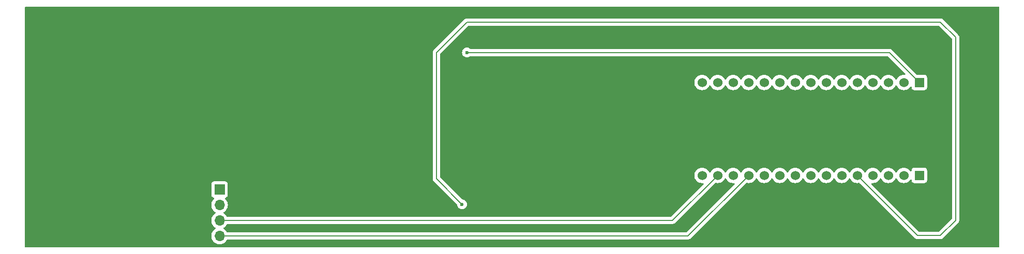
<source format=gbr>
%TF.GenerationSoftware,KiCad,Pcbnew,8.0.8*%
%TF.CreationDate,2025-04-10T10:16:36+02:00*%
%TF.ProjectId,Projet S6,50726f6a-6574-4205-9336-2e6b69636164,rev?*%
%TF.SameCoordinates,Original*%
%TF.FileFunction,Copper,L2,Bot*%
%TF.FilePolarity,Positive*%
%FSLAX46Y46*%
G04 Gerber Fmt 4.6, Leading zero omitted, Abs format (unit mm)*
G04 Created by KiCad (PCBNEW 8.0.8) date 2025-04-10 10:16:36*
%MOMM*%
%LPD*%
G01*
G04 APERTURE LIST*
%TA.AperFunction,ComponentPad*%
%ADD10R,1.700000X1.700000*%
%TD*%
%TA.AperFunction,ComponentPad*%
%ADD11O,1.700000X1.700000*%
%TD*%
%TA.AperFunction,ComponentPad*%
%ADD12R,1.530000X1.530000*%
%TD*%
%TA.AperFunction,ComponentPad*%
%ADD13C,1.530000*%
%TD*%
%TA.AperFunction,ViaPad*%
%ADD14C,0.600000*%
%TD*%
%TA.AperFunction,Conductor*%
%ADD15C,0.200000*%
%TD*%
G04 APERTURE END LIST*
D10*
%TO.P,J3,1,Pin_1*%
%TO.N,unconnected-(J3-Pin_1-Pad1)*%
X102000000Y-109950000D03*
D11*
%TO.P,J3,2,Pin_2*%
%TO.N,GND*%
X102000000Y-112490000D03*
%TO.P,J3,3,Pin_3*%
%TO.N,Alim Hall*%
X102000000Y-115030000D03*
%TO.P,J3,4,Pin_4*%
%TO.N,DO*%
X102000000Y-117570000D03*
%TD*%
D12*
%TO.P,Nucleo2,3_1,PA9*%
%TO.N,LED 9*%
X216560000Y-92400000D03*
D13*
%TO.P,Nucleo2,3_2,PA10*%
%TO.N,LED 10*%
X214020000Y-92400000D03*
%TO.P,Nucleo2,3_3,NRST*%
%TO.N,unconnected-(Nucleo2-NRST-Pad3_3)*%
X211480000Y-92400000D03*
%TO.P,Nucleo2,3_4,GND*%
%TO.N,GND*%
X208940000Y-92400000D03*
%TO.P,Nucleo2,3_5,PA12*%
%TO.N,unconnected-(Nucleo2-PA12-Pad3_5)*%
X206400000Y-92400000D03*
%TO.P,Nucleo2,3_6,PB0*%
%TO.N,unconnected-(Nucleo2-PB0-Pad3_6)*%
X203860000Y-92400000D03*
%TO.P,Nucleo2,3_7,PB7*%
%TO.N,unconnected-(Nucleo2-PB7-Pad3_7)*%
X201320000Y-92400000D03*
%TO.P,Nucleo2,3_8,PA15*%
%TO.N,unconnected-(Nucleo2-PA15-Pad3_8)*%
X198780000Y-92400000D03*
%TO.P,Nucleo2,3_9,PB6*%
%TO.N,unconnected-(Nucleo2-PB6-Pad3_9)*%
X196240000Y-92400000D03*
%TO.P,Nucleo2,3_10,PF0*%
%TO.N,unconnected-(Nucleo2-PF0-Pad3_10)*%
X193700000Y-92400000D03*
%TO.P,Nucleo2,3_11,PF1*%
%TO.N,unconnected-(Nucleo2-PF1-Pad3_11)*%
X191160000Y-92400000D03*
%TO.P,Nucleo2,3_12,PA8*%
%TO.N,LED 8*%
X188620000Y-92400000D03*
%TO.P,Nucleo2,3_13,PA11*%
%TO.N,LED 11*%
X186080000Y-92400000D03*
%TO.P,Nucleo2,3_14,PB5*%
%TO.N,unconnected-(Nucleo2-PB5-Pad3_14)*%
X183540000Y-92400000D03*
%TO.P,Nucleo2,3_15,PB4*%
%TO.N,unconnected-(Nucleo2-PB4-Pad3_15)*%
X181000000Y-92400000D03*
D12*
%TO.P,Nucleo2,4_1,VIN*%
%TO.N,unconnected-(Nucleo2-VIN-Pad4_1)*%
X216560000Y-107640000D03*
D13*
%TO.P,Nucleo2,4_2,GND*%
%TO.N,unconnected-(Nucleo2-GND-Pad4_2)*%
X214020000Y-107640000D03*
%TO.P,Nucleo2,4_3*%
%TO.N,N/C*%
X211480000Y-107640000D03*
%TO.P,Nucleo2,4_4,+5V*%
%TO.N,unconnected-(Nucleo2-+5V-Pad4_4)*%
X208940000Y-107640000D03*
%TO.P,Nucleo2,4_5,PA2*%
%TO.N,LED 2*%
X206400000Y-107640000D03*
%TO.P,Nucleo2,4_6,PA7*%
%TO.N,LED 7*%
X203860000Y-107640000D03*
%TO.P,Nucleo2,4_7,PA6*%
%TO.N,LED 6*%
X201320000Y-107640000D03*
%TO.P,Nucleo2,4_8,PA5*%
%TO.N,LED 5*%
X198780000Y-107640000D03*
%TO.P,Nucleo2,4_9,PA4*%
%TO.N,LED 4*%
X196240000Y-107640000D03*
%TO.P,Nucleo2,4_10,PA3*%
%TO.N,LED 3*%
X193700000Y-107640000D03*
%TO.P,Nucleo2,4_11,PA1*%
%TO.N,LED 1*%
X191160000Y-107640000D03*
%TO.P,Nucleo2,4_12,PA0*%
%TO.N,DO*%
X188620000Y-107640000D03*
%TO.P,Nucleo2,4_13,AVDD*%
%TO.N,unconnected-(Nucleo2-AVDD-Pad4_13)*%
X186080000Y-107640000D03*
%TO.P,Nucleo2,4_14,+3V3*%
%TO.N,Alim Hall*%
X183540000Y-107640000D03*
%TO.P,Nucleo2,4_15,PB3*%
%TO.N,unconnected-(Nucleo2-PB3-Pad4_15)*%
X181000000Y-107640000D03*
%TD*%
D14*
%TO.N,LED 9*%
X142500000Y-87500000D03*
%TO.N,LED 2*%
X141700000Y-112400000D03*
%TD*%
D15*
%TO.N,LED 9*%
X142500000Y-87500000D02*
X211660000Y-87500000D01*
X211660000Y-87500000D02*
X216560000Y-92400000D01*
%TO.N,LED 2*%
X220000000Y-117500000D02*
X216260000Y-117500000D01*
X222500000Y-115000000D02*
X220000000Y-117500000D01*
X222500000Y-85000000D02*
X222500000Y-115000000D01*
X220000000Y-82500000D02*
X222500000Y-85000000D01*
X216260000Y-117500000D02*
X206400000Y-107640000D01*
X142500000Y-82500000D02*
X220000000Y-82500000D01*
X137500000Y-87500000D02*
X142500000Y-82500000D01*
X137500000Y-108200000D02*
X137500000Y-87500000D01*
X141700000Y-112400000D02*
X137500000Y-108200000D01*
%TO.N,DO*%
X178690000Y-117570000D02*
X188620000Y-107640000D01*
X102000000Y-117570000D02*
X178690000Y-117570000D01*
%TO.N,Alim Hall*%
X102000000Y-115030000D02*
X176150000Y-115030000D01*
X176150000Y-115030000D02*
X183540000Y-107640000D01*
%TD*%
%TA.AperFunction,NonConductor*%
G36*
X229592539Y-79970185D02*
G01*
X229638294Y-80022989D01*
X229649500Y-80074500D01*
X229649500Y-119325500D01*
X229629815Y-119392539D01*
X229577011Y-119438294D01*
X229525500Y-119449500D01*
X70274500Y-119449500D01*
X70207461Y-119429815D01*
X70161706Y-119377011D01*
X70150500Y-119325500D01*
X70150500Y-112489999D01*
X100644341Y-112489999D01*
X100644341Y-112490000D01*
X100664936Y-112725403D01*
X100664938Y-112725413D01*
X100726094Y-112953655D01*
X100726096Y-112953659D01*
X100726097Y-112953663D01*
X100806361Y-113125789D01*
X100825965Y-113167830D01*
X100825967Y-113167834D01*
X100961501Y-113361395D01*
X100961506Y-113361402D01*
X101128597Y-113528493D01*
X101128603Y-113528498D01*
X101314158Y-113658425D01*
X101357783Y-113713002D01*
X101364977Y-113782500D01*
X101333454Y-113844855D01*
X101314158Y-113861575D01*
X101128597Y-113991505D01*
X100961505Y-114158597D01*
X100825965Y-114352169D01*
X100825964Y-114352171D01*
X100726098Y-114566335D01*
X100726094Y-114566344D01*
X100664938Y-114794586D01*
X100664936Y-114794596D01*
X100644341Y-115029999D01*
X100644341Y-115030000D01*
X100664936Y-115265403D01*
X100664938Y-115265413D01*
X100726094Y-115493655D01*
X100726096Y-115493659D01*
X100726097Y-115493663D01*
X100789906Y-115630501D01*
X100825965Y-115707830D01*
X100825967Y-115707834D01*
X100961501Y-115901395D01*
X100961506Y-115901402D01*
X101128597Y-116068493D01*
X101128603Y-116068498D01*
X101314158Y-116198425D01*
X101357783Y-116253002D01*
X101364977Y-116322500D01*
X101333454Y-116384855D01*
X101314158Y-116401575D01*
X101128597Y-116531505D01*
X100961505Y-116698597D01*
X100825965Y-116892169D01*
X100825964Y-116892171D01*
X100726098Y-117106335D01*
X100726094Y-117106344D01*
X100664938Y-117334586D01*
X100664936Y-117334596D01*
X100644341Y-117569999D01*
X100644341Y-117570000D01*
X100664936Y-117805403D01*
X100664938Y-117805413D01*
X100726094Y-118033655D01*
X100726096Y-118033659D01*
X100726097Y-118033663D01*
X100789906Y-118170501D01*
X100825965Y-118247830D01*
X100825967Y-118247834D01*
X100934281Y-118402521D01*
X100961505Y-118441401D01*
X101128599Y-118608495D01*
X101225384Y-118676265D01*
X101322165Y-118744032D01*
X101322167Y-118744033D01*
X101322170Y-118744035D01*
X101536337Y-118843903D01*
X101764592Y-118905063D01*
X101952918Y-118921539D01*
X101999999Y-118925659D01*
X102000000Y-118925659D01*
X102000001Y-118925659D01*
X102039234Y-118922226D01*
X102235408Y-118905063D01*
X102463663Y-118843903D01*
X102677830Y-118744035D01*
X102871401Y-118608495D01*
X103038495Y-118441401D01*
X103174035Y-118247830D01*
X103176707Y-118242097D01*
X103222878Y-118189658D01*
X103289091Y-118170500D01*
X178603331Y-118170500D01*
X178603347Y-118170501D01*
X178610943Y-118170501D01*
X178769054Y-118170501D01*
X178769057Y-118170501D01*
X178921785Y-118129577D01*
X178972147Y-118100500D01*
X179058716Y-118050520D01*
X179170520Y-117938716D01*
X179170520Y-117938714D01*
X179180724Y-117928511D01*
X179180727Y-117928506D01*
X188205873Y-108903361D01*
X188267194Y-108869878D01*
X188325647Y-108871270D01*
X188399401Y-108891033D01*
X188399402Y-108891033D01*
X188399409Y-108891035D01*
X188587148Y-108907459D01*
X188619998Y-108910334D01*
X188620000Y-108910334D01*
X188620002Y-108910334D01*
X188675276Y-108905498D01*
X188840591Y-108891035D01*
X189054480Y-108833723D01*
X189255167Y-108740142D01*
X189436555Y-108613132D01*
X189593132Y-108456555D01*
X189720142Y-108275167D01*
X189777618Y-108151907D01*
X189823790Y-108099468D01*
X189890983Y-108080316D01*
X189957864Y-108100531D01*
X190002381Y-108151907D01*
X190059858Y-108275167D01*
X190186868Y-108456555D01*
X190343445Y-108613132D01*
X190524833Y-108740142D01*
X190608296Y-108779061D01*
X190725513Y-108833720D01*
X190725515Y-108833720D01*
X190725520Y-108833723D01*
X190939409Y-108891035D01*
X191096974Y-108904820D01*
X191159998Y-108910334D01*
X191160000Y-108910334D01*
X191160002Y-108910334D01*
X191215276Y-108905498D01*
X191380591Y-108891035D01*
X191594480Y-108833723D01*
X191795167Y-108740142D01*
X191976555Y-108613132D01*
X192133132Y-108456555D01*
X192260142Y-108275167D01*
X192317618Y-108151907D01*
X192363790Y-108099468D01*
X192430983Y-108080316D01*
X192497864Y-108100531D01*
X192542381Y-108151907D01*
X192599858Y-108275167D01*
X192726868Y-108456555D01*
X192883445Y-108613132D01*
X193064833Y-108740142D01*
X193148296Y-108779061D01*
X193265513Y-108833720D01*
X193265515Y-108833720D01*
X193265520Y-108833723D01*
X193479409Y-108891035D01*
X193636974Y-108904820D01*
X193699998Y-108910334D01*
X193700000Y-108910334D01*
X193700002Y-108910334D01*
X193755276Y-108905498D01*
X193920591Y-108891035D01*
X194134480Y-108833723D01*
X194335167Y-108740142D01*
X194516555Y-108613132D01*
X194673132Y-108456555D01*
X194800142Y-108275167D01*
X194857618Y-108151907D01*
X194903790Y-108099468D01*
X194970983Y-108080316D01*
X195037864Y-108100531D01*
X195082381Y-108151907D01*
X195139858Y-108275167D01*
X195266868Y-108456555D01*
X195423445Y-108613132D01*
X195604833Y-108740142D01*
X195688296Y-108779061D01*
X195805513Y-108833720D01*
X195805515Y-108833720D01*
X195805520Y-108833723D01*
X196019409Y-108891035D01*
X196176974Y-108904820D01*
X196239998Y-108910334D01*
X196240000Y-108910334D01*
X196240002Y-108910334D01*
X196295276Y-108905498D01*
X196460591Y-108891035D01*
X196674480Y-108833723D01*
X196875167Y-108740142D01*
X197056555Y-108613132D01*
X197213132Y-108456555D01*
X197340142Y-108275167D01*
X197397618Y-108151907D01*
X197443790Y-108099468D01*
X197510983Y-108080316D01*
X197577864Y-108100531D01*
X197622381Y-108151907D01*
X197679858Y-108275167D01*
X197806868Y-108456555D01*
X197963445Y-108613132D01*
X198144833Y-108740142D01*
X198228296Y-108779061D01*
X198345513Y-108833720D01*
X198345515Y-108833720D01*
X198345520Y-108833723D01*
X198559409Y-108891035D01*
X198716974Y-108904820D01*
X198779998Y-108910334D01*
X198780000Y-108910334D01*
X198780002Y-108910334D01*
X198835276Y-108905498D01*
X199000591Y-108891035D01*
X199214480Y-108833723D01*
X199415167Y-108740142D01*
X199596555Y-108613132D01*
X199753132Y-108456555D01*
X199880142Y-108275167D01*
X199937618Y-108151907D01*
X199983790Y-108099468D01*
X200050983Y-108080316D01*
X200117864Y-108100531D01*
X200162381Y-108151907D01*
X200219858Y-108275167D01*
X200346868Y-108456555D01*
X200503445Y-108613132D01*
X200684833Y-108740142D01*
X200768296Y-108779061D01*
X200885513Y-108833720D01*
X200885515Y-108833720D01*
X200885520Y-108833723D01*
X201099409Y-108891035D01*
X201256974Y-108904820D01*
X201319998Y-108910334D01*
X201320000Y-108910334D01*
X201320002Y-108910334D01*
X201375276Y-108905498D01*
X201540591Y-108891035D01*
X201754480Y-108833723D01*
X201955167Y-108740142D01*
X202136555Y-108613132D01*
X202293132Y-108456555D01*
X202420142Y-108275167D01*
X202477618Y-108151907D01*
X202523790Y-108099468D01*
X202590983Y-108080316D01*
X202657864Y-108100531D01*
X202702381Y-108151907D01*
X202759858Y-108275167D01*
X202886868Y-108456555D01*
X203043445Y-108613132D01*
X203224833Y-108740142D01*
X203308296Y-108779061D01*
X203425513Y-108833720D01*
X203425515Y-108833720D01*
X203425520Y-108833723D01*
X203639409Y-108891035D01*
X203796974Y-108904820D01*
X203859998Y-108910334D01*
X203860000Y-108910334D01*
X203860002Y-108910334D01*
X203915276Y-108905498D01*
X204080591Y-108891035D01*
X204294480Y-108833723D01*
X204495167Y-108740142D01*
X204676555Y-108613132D01*
X204833132Y-108456555D01*
X204960142Y-108275167D01*
X205017618Y-108151907D01*
X205063790Y-108099468D01*
X205130983Y-108080316D01*
X205197864Y-108100531D01*
X205242381Y-108151907D01*
X205299858Y-108275167D01*
X205426868Y-108456555D01*
X205583445Y-108613132D01*
X205764833Y-108740142D01*
X205848296Y-108779061D01*
X205965513Y-108833720D01*
X205965515Y-108833720D01*
X205965520Y-108833723D01*
X206179409Y-108891035D01*
X206336974Y-108904820D01*
X206399998Y-108910334D01*
X206400000Y-108910334D01*
X206400002Y-108910334D01*
X206430575Y-108907659D01*
X206620591Y-108891035D01*
X206620599Y-108891033D01*
X206632019Y-108887972D01*
X206694352Y-108871270D01*
X206764201Y-108872931D01*
X206814127Y-108903362D01*
X215891284Y-117980520D01*
X215891286Y-117980521D01*
X215891290Y-117980524D01*
X215983317Y-118033655D01*
X216028216Y-118059577D01*
X216180943Y-118100501D01*
X216180945Y-118100501D01*
X216346654Y-118100501D01*
X216346670Y-118100500D01*
X219913331Y-118100500D01*
X219913347Y-118100501D01*
X219920943Y-118100501D01*
X220079054Y-118100501D01*
X220079057Y-118100501D01*
X220231785Y-118059577D01*
X220281904Y-118030639D01*
X220368716Y-117980520D01*
X220480520Y-117868716D01*
X220480520Y-117868714D01*
X220490728Y-117858507D01*
X220490730Y-117858504D01*
X222868713Y-115480521D01*
X222868716Y-115480520D01*
X222980520Y-115368716D01*
X223030639Y-115281904D01*
X223059577Y-115231785D01*
X223100501Y-115079057D01*
X223100501Y-114920943D01*
X223100501Y-114913348D01*
X223100500Y-114913330D01*
X223100500Y-85089059D01*
X223100501Y-85089046D01*
X223100501Y-84920945D01*
X223100501Y-84920943D01*
X223059577Y-84768215D01*
X223030639Y-84718095D01*
X222980520Y-84631284D01*
X222868716Y-84519480D01*
X222868715Y-84519479D01*
X222864385Y-84515149D01*
X222864374Y-84515139D01*
X220487590Y-82138355D01*
X220487588Y-82138352D01*
X220368717Y-82019481D01*
X220368716Y-82019480D01*
X220281904Y-81969360D01*
X220281904Y-81969359D01*
X220281900Y-81969358D01*
X220231785Y-81940423D01*
X220079057Y-81899499D01*
X219920943Y-81899499D01*
X219913347Y-81899499D01*
X219913331Y-81899500D01*
X142586669Y-81899500D01*
X142586653Y-81899499D01*
X142579057Y-81899499D01*
X142420943Y-81899499D01*
X142313587Y-81928265D01*
X142268210Y-81940424D01*
X142268209Y-81940425D01*
X142218096Y-81969359D01*
X142218095Y-81969360D01*
X142174689Y-81994420D01*
X142131285Y-82019479D01*
X142131282Y-82019481D01*
X137019481Y-87131282D01*
X137019479Y-87131285D01*
X136969361Y-87218094D01*
X136969359Y-87218096D01*
X136940425Y-87268209D01*
X136940424Y-87268210D01*
X136940423Y-87268215D01*
X136899499Y-87420943D01*
X136899499Y-87420945D01*
X136899499Y-87589046D01*
X136899500Y-87589059D01*
X136899500Y-108113330D01*
X136899499Y-108113348D01*
X136899499Y-108279054D01*
X136899498Y-108279054D01*
X136899499Y-108279057D01*
X136937112Y-108419430D01*
X136940424Y-108431787D01*
X136954723Y-108456553D01*
X136954724Y-108456555D01*
X137019477Y-108568712D01*
X137019481Y-108568717D01*
X137138349Y-108687585D01*
X137138355Y-108687590D01*
X140869298Y-112418533D01*
X140902783Y-112479856D01*
X140904837Y-112492330D01*
X140914630Y-112579249D01*
X140974210Y-112749521D01*
X141070184Y-112902262D01*
X141197738Y-113029816D01*
X141350478Y-113125789D01*
X141470636Y-113167834D01*
X141520745Y-113185368D01*
X141520750Y-113185369D01*
X141699996Y-113205565D01*
X141700000Y-113205565D01*
X141700004Y-113205565D01*
X141879249Y-113185369D01*
X141879252Y-113185368D01*
X141879255Y-113185368D01*
X142049522Y-113125789D01*
X142202262Y-113029816D01*
X142329816Y-112902262D01*
X142425789Y-112749522D01*
X142485368Y-112579255D01*
X142495425Y-112489999D01*
X142505565Y-112400003D01*
X142505565Y-112399996D01*
X142485369Y-112220750D01*
X142485368Y-112220745D01*
X142425788Y-112050476D01*
X142329815Y-111897737D01*
X142202262Y-111770184D01*
X142049521Y-111674210D01*
X141879249Y-111614630D01*
X141792330Y-111604837D01*
X141727916Y-111577770D01*
X141718533Y-111569298D01*
X138136819Y-107987584D01*
X138103334Y-107926261D01*
X138100500Y-107899903D01*
X138100500Y-87800097D01*
X138120185Y-87733058D01*
X138136819Y-87712416D01*
X138349239Y-87499996D01*
X141694435Y-87499996D01*
X141694435Y-87500003D01*
X141714630Y-87679249D01*
X141714631Y-87679254D01*
X141774211Y-87849523D01*
X141870184Y-88002262D01*
X141997738Y-88129816D01*
X142150478Y-88225789D01*
X142320745Y-88285368D01*
X142320750Y-88285369D01*
X142499996Y-88305565D01*
X142500000Y-88305565D01*
X142500004Y-88305565D01*
X142679249Y-88285369D01*
X142679252Y-88285368D01*
X142679255Y-88285368D01*
X142849522Y-88225789D01*
X143002262Y-88129816D01*
X143002267Y-88129810D01*
X143005097Y-88127555D01*
X143007275Y-88126665D01*
X143008158Y-88126111D01*
X143008255Y-88126265D01*
X143069783Y-88101145D01*
X143082412Y-88100500D01*
X211359903Y-88100500D01*
X211426942Y-88120185D01*
X211447584Y-88136819D01*
X214239838Y-90929073D01*
X214273323Y-90990396D01*
X214268339Y-91060088D01*
X214226467Y-91116021D01*
X214161003Y-91140438D01*
X214141350Y-91140282D01*
X214020002Y-91129666D01*
X214019998Y-91129666D01*
X213799414Y-91148964D01*
X213799407Y-91148965D01*
X213585524Y-91206275D01*
X213585513Y-91206279D01*
X213384836Y-91299856D01*
X213384834Y-91299857D01*
X213203444Y-91426868D01*
X213046868Y-91583444D01*
X212919857Y-91764834D01*
X212919856Y-91764836D01*
X212862382Y-91888091D01*
X212816210Y-91940531D01*
X212749017Y-91959683D01*
X212682135Y-91939467D01*
X212637618Y-91888091D01*
X212580143Y-91764836D01*
X212580142Y-91764834D01*
X212580142Y-91764833D01*
X212453132Y-91583445D01*
X212296555Y-91426868D01*
X212115167Y-91299858D01*
X212115163Y-91299856D01*
X211914486Y-91206279D01*
X211914475Y-91206275D01*
X211700592Y-91148965D01*
X211700585Y-91148964D01*
X211480002Y-91129666D01*
X211479998Y-91129666D01*
X211259414Y-91148964D01*
X211259407Y-91148965D01*
X211045524Y-91206275D01*
X211045513Y-91206279D01*
X210844836Y-91299856D01*
X210844834Y-91299857D01*
X210663444Y-91426868D01*
X210506868Y-91583444D01*
X210379857Y-91764834D01*
X210379856Y-91764836D01*
X210322382Y-91888091D01*
X210276210Y-91940531D01*
X210209017Y-91959683D01*
X210142135Y-91939467D01*
X210097618Y-91888091D01*
X210040143Y-91764836D01*
X210040142Y-91764834D01*
X210040142Y-91764833D01*
X209913132Y-91583445D01*
X209756555Y-91426868D01*
X209575167Y-91299858D01*
X209575163Y-91299856D01*
X209374486Y-91206279D01*
X209374475Y-91206275D01*
X209160592Y-91148965D01*
X209160585Y-91148964D01*
X208940002Y-91129666D01*
X208939998Y-91129666D01*
X208719414Y-91148964D01*
X208719407Y-91148965D01*
X208505524Y-91206275D01*
X208505513Y-91206279D01*
X208304836Y-91299856D01*
X208304834Y-91299857D01*
X208123444Y-91426868D01*
X207966868Y-91583444D01*
X207839857Y-91764834D01*
X207839856Y-91764836D01*
X207782382Y-91888091D01*
X207736210Y-91940531D01*
X207669017Y-91959683D01*
X207602135Y-91939467D01*
X207557618Y-91888091D01*
X207500143Y-91764836D01*
X207500142Y-91764834D01*
X207500142Y-91764833D01*
X207373132Y-91583445D01*
X207216555Y-91426868D01*
X207035167Y-91299858D01*
X207035163Y-91299856D01*
X206834486Y-91206279D01*
X206834475Y-91206275D01*
X206620592Y-91148965D01*
X206620585Y-91148964D01*
X206400002Y-91129666D01*
X206399998Y-91129666D01*
X206179414Y-91148964D01*
X206179407Y-91148965D01*
X205965524Y-91206275D01*
X205965513Y-91206279D01*
X205764836Y-91299856D01*
X205764834Y-91299857D01*
X205583444Y-91426868D01*
X205426868Y-91583444D01*
X205299857Y-91764834D01*
X205299856Y-91764836D01*
X205242382Y-91888091D01*
X205196210Y-91940531D01*
X205129017Y-91959683D01*
X205062135Y-91939467D01*
X205017618Y-91888091D01*
X204960143Y-91764836D01*
X204960142Y-91764834D01*
X204960142Y-91764833D01*
X204833132Y-91583445D01*
X204676555Y-91426868D01*
X204495167Y-91299858D01*
X204495163Y-91299856D01*
X204294486Y-91206279D01*
X204294475Y-91206275D01*
X204080592Y-91148965D01*
X204080585Y-91148964D01*
X203860002Y-91129666D01*
X203859998Y-91129666D01*
X203639414Y-91148964D01*
X203639407Y-91148965D01*
X203425524Y-91206275D01*
X203425513Y-91206279D01*
X203224836Y-91299856D01*
X203224834Y-91299857D01*
X203043444Y-91426868D01*
X202886868Y-91583444D01*
X202759857Y-91764834D01*
X202759856Y-91764836D01*
X202702382Y-91888091D01*
X202656210Y-91940531D01*
X202589017Y-91959683D01*
X202522135Y-91939467D01*
X202477618Y-91888091D01*
X202420143Y-91764836D01*
X202420142Y-91764834D01*
X202420142Y-91764833D01*
X202293132Y-91583445D01*
X202136555Y-91426868D01*
X201955167Y-91299858D01*
X201955163Y-91299856D01*
X201754486Y-91206279D01*
X201754475Y-91206275D01*
X201540592Y-91148965D01*
X201540585Y-91148964D01*
X201320002Y-91129666D01*
X201319998Y-91129666D01*
X201099414Y-91148964D01*
X201099407Y-91148965D01*
X200885524Y-91206275D01*
X200885513Y-91206279D01*
X200684836Y-91299856D01*
X200684834Y-91299857D01*
X200503444Y-91426868D01*
X200346868Y-91583444D01*
X200219857Y-91764834D01*
X200219856Y-91764836D01*
X200162382Y-91888091D01*
X200116210Y-91940531D01*
X200049017Y-91959683D01*
X199982135Y-91939467D01*
X199937618Y-91888091D01*
X199880143Y-91764836D01*
X199880142Y-91764834D01*
X199880142Y-91764833D01*
X199753132Y-91583445D01*
X199596555Y-91426868D01*
X199415167Y-91299858D01*
X199415163Y-91299856D01*
X199214486Y-91206279D01*
X199214475Y-91206275D01*
X199000592Y-91148965D01*
X199000585Y-91148964D01*
X198780002Y-91129666D01*
X198779998Y-91129666D01*
X198559414Y-91148964D01*
X198559407Y-91148965D01*
X198345524Y-91206275D01*
X198345513Y-91206279D01*
X198144836Y-91299856D01*
X198144834Y-91299857D01*
X197963444Y-91426868D01*
X197806868Y-91583444D01*
X197679857Y-91764834D01*
X197679856Y-91764836D01*
X197622382Y-91888091D01*
X197576210Y-91940531D01*
X197509017Y-91959683D01*
X197442135Y-91939467D01*
X197397618Y-91888091D01*
X197340143Y-91764836D01*
X197340142Y-91764834D01*
X197340142Y-91764833D01*
X197213132Y-91583445D01*
X197056555Y-91426868D01*
X196875167Y-91299858D01*
X196875163Y-91299856D01*
X196674486Y-91206279D01*
X196674475Y-91206275D01*
X196460592Y-91148965D01*
X196460585Y-91148964D01*
X196240002Y-91129666D01*
X196239998Y-91129666D01*
X196019414Y-91148964D01*
X196019407Y-91148965D01*
X195805524Y-91206275D01*
X195805513Y-91206279D01*
X195604836Y-91299856D01*
X195604834Y-91299857D01*
X195423444Y-91426868D01*
X195266868Y-91583444D01*
X195139857Y-91764834D01*
X195139856Y-91764836D01*
X195082382Y-91888091D01*
X195036210Y-91940531D01*
X194969017Y-91959683D01*
X194902135Y-91939467D01*
X194857618Y-91888091D01*
X194800143Y-91764836D01*
X194800142Y-91764834D01*
X194800142Y-91764833D01*
X194673132Y-91583445D01*
X194516555Y-91426868D01*
X194335167Y-91299858D01*
X194335163Y-91299856D01*
X194134486Y-91206279D01*
X194134475Y-91206275D01*
X193920592Y-91148965D01*
X193920585Y-91148964D01*
X193700002Y-91129666D01*
X193699998Y-91129666D01*
X193479414Y-91148964D01*
X193479407Y-91148965D01*
X193265524Y-91206275D01*
X193265513Y-91206279D01*
X193064836Y-91299856D01*
X193064834Y-91299857D01*
X192883444Y-91426868D01*
X192726868Y-91583444D01*
X192599857Y-91764834D01*
X192599856Y-91764836D01*
X192542382Y-91888091D01*
X192496210Y-91940531D01*
X192429017Y-91959683D01*
X192362135Y-91939467D01*
X192317618Y-91888091D01*
X192260143Y-91764836D01*
X192260142Y-91764834D01*
X192260142Y-91764833D01*
X192133132Y-91583445D01*
X191976555Y-91426868D01*
X191795167Y-91299858D01*
X191795163Y-91299856D01*
X191594486Y-91206279D01*
X191594475Y-91206275D01*
X191380592Y-91148965D01*
X191380585Y-91148964D01*
X191160002Y-91129666D01*
X191159998Y-91129666D01*
X190939414Y-91148964D01*
X190939407Y-91148965D01*
X190725524Y-91206275D01*
X190725513Y-91206279D01*
X190524836Y-91299856D01*
X190524834Y-91299857D01*
X190343444Y-91426868D01*
X190186868Y-91583444D01*
X190059857Y-91764834D01*
X190059856Y-91764836D01*
X190002382Y-91888091D01*
X189956210Y-91940531D01*
X189889017Y-91959683D01*
X189822135Y-91939467D01*
X189777618Y-91888091D01*
X189720143Y-91764836D01*
X189720142Y-91764834D01*
X189720142Y-91764833D01*
X189593132Y-91583445D01*
X189436555Y-91426868D01*
X189255167Y-91299858D01*
X189255163Y-91299856D01*
X189054486Y-91206279D01*
X189054475Y-91206275D01*
X188840592Y-91148965D01*
X188840585Y-91148964D01*
X188620002Y-91129666D01*
X188619998Y-91129666D01*
X188399414Y-91148964D01*
X188399407Y-91148965D01*
X188185524Y-91206275D01*
X188185513Y-91206279D01*
X187984836Y-91299856D01*
X187984834Y-91299857D01*
X187803444Y-91426868D01*
X187646868Y-91583444D01*
X187519857Y-91764834D01*
X187519856Y-91764836D01*
X187462382Y-91888091D01*
X187416210Y-91940531D01*
X187349017Y-91959683D01*
X187282135Y-91939467D01*
X187237618Y-91888091D01*
X187180143Y-91764836D01*
X187180142Y-91764834D01*
X187180142Y-91764833D01*
X187053132Y-91583445D01*
X186896555Y-91426868D01*
X186715167Y-91299858D01*
X186715163Y-91299856D01*
X186514486Y-91206279D01*
X186514475Y-91206275D01*
X186300592Y-91148965D01*
X186300585Y-91148964D01*
X186080002Y-91129666D01*
X186079998Y-91129666D01*
X185859414Y-91148964D01*
X185859407Y-91148965D01*
X185645524Y-91206275D01*
X185645513Y-91206279D01*
X185444836Y-91299856D01*
X185444834Y-91299857D01*
X185263444Y-91426868D01*
X185106868Y-91583444D01*
X184979857Y-91764834D01*
X184979856Y-91764836D01*
X184922382Y-91888091D01*
X184876210Y-91940531D01*
X184809017Y-91959683D01*
X184742135Y-91939467D01*
X184697618Y-91888091D01*
X184640143Y-91764836D01*
X184640142Y-91764834D01*
X184640142Y-91764833D01*
X184513132Y-91583445D01*
X184356555Y-91426868D01*
X184175167Y-91299858D01*
X184175163Y-91299856D01*
X183974486Y-91206279D01*
X183974475Y-91206275D01*
X183760592Y-91148965D01*
X183760585Y-91148964D01*
X183540002Y-91129666D01*
X183539998Y-91129666D01*
X183319414Y-91148964D01*
X183319407Y-91148965D01*
X183105524Y-91206275D01*
X183105513Y-91206279D01*
X182904836Y-91299856D01*
X182904834Y-91299857D01*
X182723444Y-91426868D01*
X182566868Y-91583444D01*
X182439857Y-91764834D01*
X182439856Y-91764836D01*
X182382382Y-91888091D01*
X182336210Y-91940531D01*
X182269017Y-91959683D01*
X182202135Y-91939467D01*
X182157618Y-91888091D01*
X182100143Y-91764836D01*
X182100142Y-91764834D01*
X182100142Y-91764833D01*
X181973132Y-91583445D01*
X181816555Y-91426868D01*
X181635167Y-91299858D01*
X181635163Y-91299856D01*
X181434486Y-91206279D01*
X181434475Y-91206275D01*
X181220592Y-91148965D01*
X181220585Y-91148964D01*
X181000002Y-91129666D01*
X180999998Y-91129666D01*
X180779414Y-91148964D01*
X180779407Y-91148965D01*
X180565524Y-91206275D01*
X180565513Y-91206279D01*
X180364836Y-91299856D01*
X180364834Y-91299857D01*
X180183444Y-91426868D01*
X180026868Y-91583444D01*
X179899857Y-91764834D01*
X179899856Y-91764836D01*
X179806279Y-91965513D01*
X179806275Y-91965524D01*
X179748965Y-92179407D01*
X179748964Y-92179414D01*
X179729666Y-92399998D01*
X179729666Y-92400001D01*
X179748964Y-92620585D01*
X179748965Y-92620592D01*
X179806275Y-92834475D01*
X179806279Y-92834486D01*
X179899856Y-93035163D01*
X179899858Y-93035167D01*
X180026868Y-93216555D01*
X180183445Y-93373132D01*
X180364833Y-93500142D01*
X180485572Y-93556443D01*
X180565513Y-93593720D01*
X180565515Y-93593720D01*
X180565520Y-93593723D01*
X180779409Y-93651035D01*
X180936974Y-93664820D01*
X180999998Y-93670334D01*
X181000000Y-93670334D01*
X181000002Y-93670334D01*
X181055276Y-93665498D01*
X181220591Y-93651035D01*
X181434480Y-93593723D01*
X181635167Y-93500142D01*
X181816555Y-93373132D01*
X181973132Y-93216555D01*
X182100142Y-93035167D01*
X182157618Y-92911907D01*
X182203790Y-92859468D01*
X182270983Y-92840316D01*
X182337864Y-92860531D01*
X182382381Y-92911907D01*
X182439858Y-93035167D01*
X182566868Y-93216555D01*
X182723445Y-93373132D01*
X182904833Y-93500142D01*
X183025572Y-93556443D01*
X183105513Y-93593720D01*
X183105515Y-93593720D01*
X183105520Y-93593723D01*
X183319409Y-93651035D01*
X183476974Y-93664820D01*
X183539998Y-93670334D01*
X183540000Y-93670334D01*
X183540002Y-93670334D01*
X183595276Y-93665498D01*
X183760591Y-93651035D01*
X183974480Y-93593723D01*
X184175167Y-93500142D01*
X184356555Y-93373132D01*
X184513132Y-93216555D01*
X184640142Y-93035167D01*
X184697618Y-92911907D01*
X184743790Y-92859468D01*
X184810983Y-92840316D01*
X184877864Y-92860531D01*
X184922381Y-92911907D01*
X184979858Y-93035167D01*
X185106868Y-93216555D01*
X185263445Y-93373132D01*
X185444833Y-93500142D01*
X185565572Y-93556443D01*
X185645513Y-93593720D01*
X185645515Y-93593720D01*
X185645520Y-93593723D01*
X185859409Y-93651035D01*
X186016974Y-93664820D01*
X186079998Y-93670334D01*
X186080000Y-93670334D01*
X186080002Y-93670334D01*
X186135276Y-93665498D01*
X186300591Y-93651035D01*
X186514480Y-93593723D01*
X186715167Y-93500142D01*
X186896555Y-93373132D01*
X187053132Y-93216555D01*
X187180142Y-93035167D01*
X187237618Y-92911907D01*
X187283790Y-92859468D01*
X187350983Y-92840316D01*
X187417864Y-92860531D01*
X187462381Y-92911907D01*
X187519858Y-93035167D01*
X187646868Y-93216555D01*
X187803445Y-93373132D01*
X187984833Y-93500142D01*
X188105572Y-93556443D01*
X188185513Y-93593720D01*
X188185515Y-93593720D01*
X188185520Y-93593723D01*
X188399409Y-93651035D01*
X188556974Y-93664820D01*
X188619998Y-93670334D01*
X188620000Y-93670334D01*
X188620002Y-93670334D01*
X188675276Y-93665498D01*
X188840591Y-93651035D01*
X189054480Y-93593723D01*
X189255167Y-93500142D01*
X189436555Y-93373132D01*
X189593132Y-93216555D01*
X189720142Y-93035167D01*
X189777618Y-92911907D01*
X189823790Y-92859468D01*
X189890983Y-92840316D01*
X189957864Y-92860531D01*
X190002381Y-92911907D01*
X190059858Y-93035167D01*
X190186868Y-93216555D01*
X190343445Y-93373132D01*
X190524833Y-93500142D01*
X190645572Y-93556443D01*
X190725513Y-93593720D01*
X190725515Y-93593720D01*
X190725520Y-93593723D01*
X190939409Y-93651035D01*
X191096974Y-93664820D01*
X191159998Y-93670334D01*
X191160000Y-93670334D01*
X191160002Y-93670334D01*
X191215276Y-93665498D01*
X191380591Y-93651035D01*
X191594480Y-93593723D01*
X191795167Y-93500142D01*
X191976555Y-93373132D01*
X192133132Y-93216555D01*
X192260142Y-93035167D01*
X192317618Y-92911907D01*
X192363790Y-92859468D01*
X192430983Y-92840316D01*
X192497864Y-92860531D01*
X192542381Y-92911907D01*
X192599858Y-93035167D01*
X192726868Y-93216555D01*
X192883445Y-93373132D01*
X193064833Y-93500142D01*
X193185572Y-93556443D01*
X193265513Y-93593720D01*
X193265515Y-93593720D01*
X193265520Y-93593723D01*
X193479409Y-93651035D01*
X193636974Y-93664820D01*
X193699998Y-93670334D01*
X193700000Y-93670334D01*
X193700002Y-93670334D01*
X193755276Y-93665498D01*
X193920591Y-93651035D01*
X194134480Y-93593723D01*
X194335167Y-93500142D01*
X194516555Y-93373132D01*
X194673132Y-93216555D01*
X194800142Y-93035167D01*
X194857618Y-92911907D01*
X194903790Y-92859468D01*
X194970983Y-92840316D01*
X195037864Y-92860531D01*
X195082381Y-92911907D01*
X195139858Y-93035167D01*
X195266868Y-93216555D01*
X195423445Y-93373132D01*
X195604833Y-93500142D01*
X195725572Y-93556443D01*
X195805513Y-93593720D01*
X195805515Y-93593720D01*
X195805520Y-93593723D01*
X196019409Y-93651035D01*
X196176974Y-93664820D01*
X196239998Y-93670334D01*
X196240000Y-93670334D01*
X196240002Y-93670334D01*
X196295276Y-93665498D01*
X196460591Y-93651035D01*
X196674480Y-93593723D01*
X196875167Y-93500142D01*
X197056555Y-93373132D01*
X197213132Y-93216555D01*
X197340142Y-93035167D01*
X197397618Y-92911907D01*
X197443790Y-92859468D01*
X197510983Y-92840316D01*
X197577864Y-92860531D01*
X197622381Y-92911907D01*
X197679858Y-93035167D01*
X197806868Y-93216555D01*
X197963445Y-93373132D01*
X198144833Y-93500142D01*
X198265572Y-93556443D01*
X198345513Y-93593720D01*
X198345515Y-93593720D01*
X198345520Y-93593723D01*
X198559409Y-93651035D01*
X198716974Y-93664820D01*
X198779998Y-93670334D01*
X198780000Y-93670334D01*
X198780002Y-93670334D01*
X198835276Y-93665498D01*
X199000591Y-93651035D01*
X199214480Y-93593723D01*
X199415167Y-93500142D01*
X199596555Y-93373132D01*
X199753132Y-93216555D01*
X199880142Y-93035167D01*
X199937618Y-92911907D01*
X199983790Y-92859468D01*
X200050983Y-92840316D01*
X200117864Y-92860531D01*
X200162381Y-92911907D01*
X200219858Y-93035167D01*
X200346868Y-93216555D01*
X200503445Y-93373132D01*
X200684833Y-93500142D01*
X200805572Y-93556443D01*
X200885513Y-93593720D01*
X200885515Y-93593720D01*
X200885520Y-93593723D01*
X201099409Y-93651035D01*
X201256974Y-93664820D01*
X201319998Y-93670334D01*
X201320000Y-93670334D01*
X201320002Y-93670334D01*
X201375276Y-93665498D01*
X201540591Y-93651035D01*
X201754480Y-93593723D01*
X201955167Y-93500142D01*
X202136555Y-93373132D01*
X202293132Y-93216555D01*
X202420142Y-93035167D01*
X202477618Y-92911907D01*
X202523790Y-92859468D01*
X202590983Y-92840316D01*
X202657864Y-92860531D01*
X202702381Y-92911907D01*
X202759858Y-93035167D01*
X202886868Y-93216555D01*
X203043445Y-93373132D01*
X203224833Y-93500142D01*
X203345572Y-93556443D01*
X203425513Y-93593720D01*
X203425515Y-93593720D01*
X203425520Y-93593723D01*
X203639409Y-93651035D01*
X203796974Y-93664820D01*
X203859998Y-93670334D01*
X203860000Y-93670334D01*
X203860002Y-93670334D01*
X203915276Y-93665498D01*
X204080591Y-93651035D01*
X204294480Y-93593723D01*
X204495167Y-93500142D01*
X204676555Y-93373132D01*
X204833132Y-93216555D01*
X204960142Y-93035167D01*
X205017618Y-92911907D01*
X205063790Y-92859468D01*
X205130983Y-92840316D01*
X205197864Y-92860531D01*
X205242381Y-92911907D01*
X205299858Y-93035167D01*
X205426868Y-93216555D01*
X205583445Y-93373132D01*
X205764833Y-93500142D01*
X205885572Y-93556443D01*
X205965513Y-93593720D01*
X205965515Y-93593720D01*
X205965520Y-93593723D01*
X206179409Y-93651035D01*
X206336974Y-93664820D01*
X206399998Y-93670334D01*
X206400000Y-93670334D01*
X206400002Y-93670334D01*
X206455276Y-93665498D01*
X206620591Y-93651035D01*
X206834480Y-93593723D01*
X207035167Y-93500142D01*
X207216555Y-93373132D01*
X207373132Y-93216555D01*
X207500142Y-93035167D01*
X207557618Y-92911907D01*
X207603790Y-92859468D01*
X207670983Y-92840316D01*
X207737864Y-92860531D01*
X207782381Y-92911907D01*
X207839858Y-93035167D01*
X207966868Y-93216555D01*
X208123445Y-93373132D01*
X208304833Y-93500142D01*
X208425572Y-93556443D01*
X208505513Y-93593720D01*
X208505515Y-93593720D01*
X208505520Y-93593723D01*
X208719409Y-93651035D01*
X208876974Y-93664820D01*
X208939998Y-93670334D01*
X208940000Y-93670334D01*
X208940002Y-93670334D01*
X208995276Y-93665498D01*
X209160591Y-93651035D01*
X209374480Y-93593723D01*
X209575167Y-93500142D01*
X209756555Y-93373132D01*
X209913132Y-93216555D01*
X210040142Y-93035167D01*
X210097618Y-92911907D01*
X210143790Y-92859468D01*
X210210983Y-92840316D01*
X210277864Y-92860531D01*
X210322381Y-92911907D01*
X210379858Y-93035167D01*
X210506868Y-93216555D01*
X210663445Y-93373132D01*
X210844833Y-93500142D01*
X210965572Y-93556443D01*
X211045513Y-93593720D01*
X211045515Y-93593720D01*
X211045520Y-93593723D01*
X211259409Y-93651035D01*
X211416974Y-93664820D01*
X211479998Y-93670334D01*
X211480000Y-93670334D01*
X211480002Y-93670334D01*
X211535276Y-93665498D01*
X211700591Y-93651035D01*
X211914480Y-93593723D01*
X212115167Y-93500142D01*
X212296555Y-93373132D01*
X212453132Y-93216555D01*
X212580142Y-93035167D01*
X212637618Y-92911907D01*
X212683790Y-92859468D01*
X212750983Y-92840316D01*
X212817864Y-92860531D01*
X212862381Y-92911907D01*
X212919858Y-93035167D01*
X213046868Y-93216555D01*
X213203445Y-93373132D01*
X213384833Y-93500142D01*
X213505572Y-93556443D01*
X213585513Y-93593720D01*
X213585515Y-93593720D01*
X213585520Y-93593723D01*
X213799409Y-93651035D01*
X213956974Y-93664820D01*
X214019998Y-93670334D01*
X214020000Y-93670334D01*
X214020002Y-93670334D01*
X214075276Y-93665498D01*
X214240591Y-93651035D01*
X214454480Y-93593723D01*
X214655167Y-93500142D01*
X214836555Y-93373132D01*
X214993132Y-93216555D01*
X215068928Y-93108307D01*
X215123501Y-93064685D01*
X215193000Y-93057491D01*
X215255355Y-93089013D01*
X215290769Y-93149243D01*
X215294500Y-93179430D01*
X215294500Y-93212868D01*
X215294501Y-93212876D01*
X215300908Y-93272483D01*
X215351202Y-93407328D01*
X215351206Y-93407335D01*
X215437452Y-93522544D01*
X215437455Y-93522547D01*
X215552664Y-93608793D01*
X215552671Y-93608797D01*
X215687517Y-93659091D01*
X215687516Y-93659091D01*
X215694444Y-93659835D01*
X215747127Y-93665500D01*
X217372872Y-93665499D01*
X217432483Y-93659091D01*
X217567331Y-93608796D01*
X217682546Y-93522546D01*
X217768796Y-93407331D01*
X217819091Y-93272483D01*
X217825500Y-93212873D01*
X217825499Y-91587128D01*
X217819091Y-91527517D01*
X217781551Y-91426868D01*
X217768797Y-91392671D01*
X217768793Y-91392664D01*
X217682547Y-91277455D01*
X217682544Y-91277452D01*
X217567335Y-91191206D01*
X217567328Y-91191202D01*
X217432482Y-91140908D01*
X217432483Y-91140908D01*
X217372883Y-91134501D01*
X217372881Y-91134500D01*
X217372873Y-91134500D01*
X217372865Y-91134500D01*
X216195097Y-91134500D01*
X216128058Y-91114815D01*
X216107416Y-91098181D01*
X212147590Y-87138355D01*
X212147588Y-87138352D01*
X212028717Y-87019481D01*
X212028709Y-87019475D01*
X211926936Y-86960717D01*
X211926934Y-86960716D01*
X211891790Y-86940425D01*
X211891789Y-86940424D01*
X211879263Y-86937067D01*
X211739057Y-86899499D01*
X211580943Y-86899499D01*
X211573347Y-86899499D01*
X211573331Y-86899500D01*
X143082412Y-86899500D01*
X143015373Y-86879815D01*
X143005097Y-86872445D01*
X143002263Y-86870185D01*
X143002262Y-86870184D01*
X142945496Y-86834515D01*
X142849523Y-86774211D01*
X142679254Y-86714631D01*
X142679249Y-86714630D01*
X142500004Y-86694435D01*
X142499996Y-86694435D01*
X142320750Y-86714630D01*
X142320745Y-86714631D01*
X142150476Y-86774211D01*
X141997737Y-86870184D01*
X141870184Y-86997737D01*
X141774211Y-87150476D01*
X141714631Y-87320745D01*
X141714630Y-87320750D01*
X141694435Y-87499996D01*
X138349239Y-87499996D01*
X142712416Y-83136819D01*
X142773739Y-83103334D01*
X142800097Y-83100500D01*
X219699903Y-83100500D01*
X219766942Y-83120185D01*
X219787584Y-83136819D01*
X221863181Y-85212416D01*
X221896666Y-85273739D01*
X221899500Y-85300097D01*
X221899500Y-114699903D01*
X221879815Y-114766942D01*
X221863181Y-114787584D01*
X219787584Y-116863181D01*
X219726261Y-116896666D01*
X219699903Y-116899500D01*
X216560098Y-116899500D01*
X216493059Y-116879815D01*
X216472417Y-116863181D01*
X212639051Y-113029815D01*
X208720160Y-109110925D01*
X208686676Y-109049603D01*
X208691660Y-108979911D01*
X208733532Y-108923978D01*
X208798996Y-108899561D01*
X208818645Y-108899716D01*
X208916648Y-108908291D01*
X208939999Y-108910334D01*
X208940000Y-108910334D01*
X208940002Y-108910334D01*
X208995276Y-108905498D01*
X209160591Y-108891035D01*
X209374480Y-108833723D01*
X209575167Y-108740142D01*
X209756555Y-108613132D01*
X209913132Y-108456555D01*
X210040142Y-108275167D01*
X210097618Y-108151907D01*
X210143790Y-108099468D01*
X210210983Y-108080316D01*
X210277864Y-108100531D01*
X210322381Y-108151907D01*
X210379858Y-108275167D01*
X210506868Y-108456555D01*
X210663445Y-108613132D01*
X210844833Y-108740142D01*
X210928296Y-108779061D01*
X211045513Y-108833720D01*
X211045515Y-108833720D01*
X211045520Y-108833723D01*
X211259409Y-108891035D01*
X211416974Y-108904820D01*
X211479998Y-108910334D01*
X211480000Y-108910334D01*
X211480002Y-108910334D01*
X211535276Y-108905498D01*
X211700591Y-108891035D01*
X211914480Y-108833723D01*
X212115167Y-108740142D01*
X212296555Y-108613132D01*
X212453132Y-108456555D01*
X212580142Y-108275167D01*
X212637618Y-108151907D01*
X212683790Y-108099468D01*
X212750983Y-108080316D01*
X212817864Y-108100531D01*
X212862381Y-108151907D01*
X212919858Y-108275167D01*
X213046868Y-108456555D01*
X213203445Y-108613132D01*
X213384833Y-108740142D01*
X213468296Y-108779061D01*
X213585513Y-108833720D01*
X213585515Y-108833720D01*
X213585520Y-108833723D01*
X213799409Y-108891035D01*
X213956974Y-108904820D01*
X214019998Y-108910334D01*
X214020000Y-108910334D01*
X214020002Y-108910334D01*
X214075276Y-108905498D01*
X214240591Y-108891035D01*
X214454480Y-108833723D01*
X214655167Y-108740142D01*
X214836555Y-108613132D01*
X214993132Y-108456555D01*
X215068928Y-108348307D01*
X215123501Y-108304685D01*
X215193000Y-108297491D01*
X215255355Y-108329013D01*
X215290769Y-108389243D01*
X215294500Y-108419430D01*
X215294500Y-108452868D01*
X215294501Y-108452876D01*
X215300908Y-108512483D01*
X215351202Y-108647328D01*
X215351206Y-108647335D01*
X215437452Y-108762544D01*
X215437455Y-108762547D01*
X215552664Y-108848793D01*
X215552671Y-108848797D01*
X215687517Y-108899091D01*
X215687516Y-108899091D01*
X215691888Y-108899561D01*
X215747127Y-108905500D01*
X217372872Y-108905499D01*
X217432483Y-108899091D01*
X217567331Y-108848796D01*
X217682546Y-108762546D01*
X217768796Y-108647331D01*
X217819091Y-108512483D01*
X217825500Y-108452873D01*
X217825499Y-106827128D01*
X217819091Y-106767517D01*
X217781551Y-106666868D01*
X217768797Y-106632671D01*
X217768793Y-106632664D01*
X217682547Y-106517455D01*
X217682544Y-106517452D01*
X217567335Y-106431206D01*
X217567328Y-106431202D01*
X217432482Y-106380908D01*
X217432483Y-106380908D01*
X217372883Y-106374501D01*
X217372881Y-106374500D01*
X217372873Y-106374500D01*
X217372864Y-106374500D01*
X215747129Y-106374500D01*
X215747123Y-106374501D01*
X215687516Y-106380908D01*
X215552671Y-106431202D01*
X215552664Y-106431206D01*
X215437455Y-106517452D01*
X215437452Y-106517455D01*
X215351206Y-106632664D01*
X215351202Y-106632671D01*
X215300908Y-106767517D01*
X215294896Y-106823441D01*
X215294501Y-106827123D01*
X215294500Y-106827135D01*
X215294500Y-106860564D01*
X215274815Y-106927603D01*
X215222011Y-106973358D01*
X215152853Y-106983302D01*
X215089297Y-106954277D01*
X215068926Y-106931688D01*
X214993137Y-106823452D01*
X214993136Y-106823451D01*
X214993132Y-106823445D01*
X214836555Y-106666868D01*
X214655167Y-106539858D01*
X214655163Y-106539856D01*
X214454486Y-106446279D01*
X214454475Y-106446275D01*
X214240592Y-106388965D01*
X214240585Y-106388964D01*
X214020002Y-106369666D01*
X214019998Y-106369666D01*
X213799414Y-106388964D01*
X213799407Y-106388965D01*
X213585524Y-106446275D01*
X213585513Y-106446279D01*
X213384836Y-106539856D01*
X213384834Y-106539857D01*
X213203444Y-106666868D01*
X213046868Y-106823444D01*
X212919857Y-107004834D01*
X212919856Y-107004836D01*
X212862382Y-107128091D01*
X212816210Y-107180531D01*
X212749017Y-107199683D01*
X212682135Y-107179467D01*
X212637618Y-107128091D01*
X212580143Y-107004836D01*
X212580142Y-107004834D01*
X212580142Y-107004833D01*
X212453132Y-106823445D01*
X212296555Y-106666868D01*
X212115167Y-106539858D01*
X212115163Y-106539856D01*
X211914486Y-106446279D01*
X211914475Y-106446275D01*
X211700592Y-106388965D01*
X211700585Y-106388964D01*
X211480002Y-106369666D01*
X211479998Y-106369666D01*
X211259414Y-106388964D01*
X211259407Y-106388965D01*
X211045524Y-106446275D01*
X211045513Y-106446279D01*
X210844836Y-106539856D01*
X210844834Y-106539857D01*
X210663444Y-106666868D01*
X210506868Y-106823444D01*
X210379857Y-107004834D01*
X210379856Y-107004836D01*
X210322382Y-107128091D01*
X210276210Y-107180531D01*
X210209017Y-107199683D01*
X210142135Y-107179467D01*
X210097618Y-107128091D01*
X210040143Y-107004836D01*
X210040142Y-107004834D01*
X210040142Y-107004833D01*
X209913132Y-106823445D01*
X209756555Y-106666868D01*
X209575167Y-106539858D01*
X209575163Y-106539856D01*
X209374486Y-106446279D01*
X209374475Y-106446275D01*
X209160592Y-106388965D01*
X209160585Y-106388964D01*
X208940002Y-106369666D01*
X208939998Y-106369666D01*
X208719414Y-106388964D01*
X208719407Y-106388965D01*
X208505524Y-106446275D01*
X208505513Y-106446279D01*
X208304836Y-106539856D01*
X208304834Y-106539857D01*
X208123444Y-106666868D01*
X207966868Y-106823444D01*
X207839857Y-107004834D01*
X207839856Y-107004836D01*
X207782382Y-107128091D01*
X207736210Y-107180531D01*
X207669017Y-107199683D01*
X207602135Y-107179467D01*
X207557618Y-107128091D01*
X207500143Y-107004836D01*
X207500142Y-107004834D01*
X207500142Y-107004833D01*
X207373132Y-106823445D01*
X207216555Y-106666868D01*
X207035167Y-106539858D01*
X207035163Y-106539856D01*
X206834486Y-106446279D01*
X206834475Y-106446275D01*
X206620592Y-106388965D01*
X206620585Y-106388964D01*
X206400002Y-106369666D01*
X206399998Y-106369666D01*
X206179414Y-106388964D01*
X206179407Y-106388965D01*
X205965524Y-106446275D01*
X205965513Y-106446279D01*
X205764836Y-106539856D01*
X205764834Y-106539857D01*
X205583444Y-106666868D01*
X205426868Y-106823444D01*
X205299857Y-107004834D01*
X205299856Y-107004836D01*
X205242382Y-107128091D01*
X205196210Y-107180531D01*
X205129017Y-107199683D01*
X205062135Y-107179467D01*
X205017618Y-107128091D01*
X204960143Y-107004836D01*
X204960142Y-107004834D01*
X204960142Y-107004833D01*
X204833132Y-106823445D01*
X204676555Y-106666868D01*
X204495167Y-106539858D01*
X204495163Y-106539856D01*
X204294486Y-106446279D01*
X204294475Y-106446275D01*
X204080592Y-106388965D01*
X204080585Y-106388964D01*
X203860002Y-106369666D01*
X203859998Y-106369666D01*
X203639414Y-106388964D01*
X203639407Y-106388965D01*
X203425524Y-106446275D01*
X203425513Y-106446279D01*
X203224836Y-106539856D01*
X203224834Y-106539857D01*
X203043444Y-106666868D01*
X202886868Y-106823444D01*
X202759857Y-107004834D01*
X202759856Y-107004836D01*
X202702382Y-107128091D01*
X202656210Y-107180531D01*
X202589017Y-107199683D01*
X202522135Y-107179467D01*
X202477618Y-107128091D01*
X202420143Y-107004836D01*
X202420142Y-107004834D01*
X202420142Y-107004833D01*
X202293132Y-106823445D01*
X202136555Y-106666868D01*
X201955167Y-106539858D01*
X201955163Y-106539856D01*
X201754486Y-106446279D01*
X201754475Y-106446275D01*
X201540592Y-106388965D01*
X201540585Y-106388964D01*
X201320002Y-106369666D01*
X201319998Y-106369666D01*
X201099414Y-106388964D01*
X201099407Y-106388965D01*
X200885524Y-106446275D01*
X200885513Y-106446279D01*
X200684836Y-106539856D01*
X200684834Y-106539857D01*
X200503444Y-106666868D01*
X200346868Y-106823444D01*
X200219857Y-107004834D01*
X200219856Y-107004836D01*
X200162382Y-107128091D01*
X200116210Y-107180531D01*
X200049017Y-107199683D01*
X199982135Y-107179467D01*
X199937618Y-107128091D01*
X199880143Y-107004836D01*
X199880142Y-107004834D01*
X199880142Y-107004833D01*
X199753132Y-106823445D01*
X199596555Y-106666868D01*
X199415167Y-106539858D01*
X199415163Y-106539856D01*
X199214486Y-106446279D01*
X199214475Y-106446275D01*
X199000592Y-106388965D01*
X199000585Y-106388964D01*
X198780002Y-106369666D01*
X198779998Y-106369666D01*
X198559414Y-106388964D01*
X198559407Y-106388965D01*
X198345524Y-106446275D01*
X198345513Y-106446279D01*
X198144836Y-106539856D01*
X198144834Y-106539857D01*
X197963444Y-106666868D01*
X197806868Y-106823444D01*
X197679857Y-107004834D01*
X197679856Y-107004836D01*
X197622382Y-107128091D01*
X197576210Y-107180531D01*
X197509017Y-107199683D01*
X197442135Y-107179467D01*
X197397618Y-107128091D01*
X197340143Y-107004836D01*
X197340142Y-107004834D01*
X197340142Y-107004833D01*
X197213132Y-106823445D01*
X197056555Y-106666868D01*
X196875167Y-106539858D01*
X196875163Y-106539856D01*
X196674486Y-106446279D01*
X196674475Y-106446275D01*
X196460592Y-106388965D01*
X196460585Y-106388964D01*
X196240002Y-106369666D01*
X196239998Y-106369666D01*
X196019414Y-106388964D01*
X196019407Y-106388965D01*
X195805524Y-106446275D01*
X195805513Y-106446279D01*
X195604836Y-106539856D01*
X195604834Y-106539857D01*
X195423444Y-106666868D01*
X195266868Y-106823444D01*
X195139857Y-107004834D01*
X195139856Y-107004836D01*
X195082382Y-107128091D01*
X195036210Y-107180531D01*
X194969017Y-107199683D01*
X194902135Y-107179467D01*
X194857618Y-107128091D01*
X194800143Y-107004836D01*
X194800142Y-107004834D01*
X194800142Y-107004833D01*
X194673132Y-106823445D01*
X194516555Y-106666868D01*
X194335167Y-106539858D01*
X194335163Y-106539856D01*
X194134486Y-106446279D01*
X194134475Y-106446275D01*
X193920592Y-106388965D01*
X193920585Y-106388964D01*
X193700002Y-106369666D01*
X193699998Y-106369666D01*
X193479414Y-106388964D01*
X193479407Y-106388965D01*
X193265524Y-106446275D01*
X193265513Y-106446279D01*
X193064836Y-106539856D01*
X193064834Y-106539857D01*
X192883444Y-106666868D01*
X192726868Y-106823444D01*
X192599857Y-107004834D01*
X192599856Y-107004836D01*
X192542382Y-107128091D01*
X192496210Y-107180531D01*
X192429017Y-107199683D01*
X192362135Y-107179467D01*
X192317618Y-107128091D01*
X192260143Y-107004836D01*
X192260142Y-107004834D01*
X192260142Y-107004833D01*
X192133132Y-106823445D01*
X191976555Y-106666868D01*
X191795167Y-106539858D01*
X191795163Y-106539856D01*
X191594486Y-106446279D01*
X191594475Y-106446275D01*
X191380592Y-106388965D01*
X191380585Y-106388964D01*
X191160002Y-106369666D01*
X191159998Y-106369666D01*
X190939414Y-106388964D01*
X190939407Y-106388965D01*
X190725524Y-106446275D01*
X190725513Y-106446279D01*
X190524836Y-106539856D01*
X190524834Y-106539857D01*
X190343444Y-106666868D01*
X190186868Y-106823444D01*
X190059857Y-107004834D01*
X190059856Y-107004836D01*
X190002382Y-107128091D01*
X189956210Y-107180531D01*
X189889017Y-107199683D01*
X189822135Y-107179467D01*
X189777618Y-107128091D01*
X189720143Y-107004836D01*
X189720142Y-107004834D01*
X189720142Y-107004833D01*
X189593132Y-106823445D01*
X189436555Y-106666868D01*
X189255167Y-106539858D01*
X189255163Y-106539856D01*
X189054486Y-106446279D01*
X189054475Y-106446275D01*
X188840592Y-106388965D01*
X188840585Y-106388964D01*
X188620002Y-106369666D01*
X188619998Y-106369666D01*
X188399414Y-106388964D01*
X188399407Y-106388965D01*
X188185524Y-106446275D01*
X188185513Y-106446279D01*
X187984836Y-106539856D01*
X187984834Y-106539857D01*
X187803444Y-106666868D01*
X187646868Y-106823444D01*
X187519857Y-107004834D01*
X187519856Y-107004836D01*
X187462382Y-107128091D01*
X187416210Y-107180531D01*
X187349017Y-107199683D01*
X187282135Y-107179467D01*
X187237618Y-107128091D01*
X187180143Y-107004836D01*
X187180142Y-107004834D01*
X187180142Y-107004833D01*
X187053132Y-106823445D01*
X186896555Y-106666868D01*
X186715167Y-106539858D01*
X186715163Y-106539856D01*
X186514486Y-106446279D01*
X186514475Y-106446275D01*
X186300592Y-106388965D01*
X186300585Y-106388964D01*
X186080002Y-106369666D01*
X186079998Y-106369666D01*
X185859414Y-106388964D01*
X185859407Y-106388965D01*
X185645524Y-106446275D01*
X185645513Y-106446279D01*
X185444836Y-106539856D01*
X185444834Y-106539857D01*
X185263444Y-106666868D01*
X185106868Y-106823444D01*
X184979857Y-107004834D01*
X184979856Y-107004836D01*
X184922382Y-107128091D01*
X184876210Y-107180531D01*
X184809017Y-107199683D01*
X184742135Y-107179467D01*
X184697618Y-107128091D01*
X184640143Y-107004836D01*
X184640142Y-107004834D01*
X184640142Y-107004833D01*
X184513132Y-106823445D01*
X184356555Y-106666868D01*
X184175167Y-106539858D01*
X184175163Y-106539856D01*
X183974486Y-106446279D01*
X183974475Y-106446275D01*
X183760592Y-106388965D01*
X183760585Y-106388964D01*
X183540002Y-106369666D01*
X183539998Y-106369666D01*
X183319414Y-106388964D01*
X183319407Y-106388965D01*
X183105524Y-106446275D01*
X183105513Y-106446279D01*
X182904836Y-106539856D01*
X182904834Y-106539857D01*
X182723444Y-106666868D01*
X182566868Y-106823444D01*
X182439857Y-107004834D01*
X182439856Y-107004836D01*
X182382382Y-107128091D01*
X182336210Y-107180531D01*
X182269017Y-107199683D01*
X182202135Y-107179467D01*
X182157618Y-107128091D01*
X182100143Y-107004836D01*
X182100142Y-107004834D01*
X182100142Y-107004833D01*
X181973132Y-106823445D01*
X181816555Y-106666868D01*
X181635167Y-106539858D01*
X181635163Y-106539856D01*
X181434486Y-106446279D01*
X181434475Y-106446275D01*
X181220592Y-106388965D01*
X181220585Y-106388964D01*
X181000002Y-106369666D01*
X180999998Y-106369666D01*
X180779414Y-106388964D01*
X180779407Y-106388965D01*
X180565524Y-106446275D01*
X180565513Y-106446279D01*
X180364836Y-106539856D01*
X180364834Y-106539857D01*
X180183444Y-106666868D01*
X180026868Y-106823444D01*
X179899857Y-107004834D01*
X179899856Y-107004836D01*
X179806279Y-107205513D01*
X179806275Y-107205524D01*
X179748965Y-107419407D01*
X179748964Y-107419414D01*
X179729666Y-107639998D01*
X179729666Y-107640001D01*
X179748964Y-107860585D01*
X179748965Y-107860592D01*
X179806275Y-108074475D01*
X179806279Y-108074486D01*
X179860938Y-108191702D01*
X179899858Y-108275167D01*
X180026868Y-108456555D01*
X180183445Y-108613132D01*
X180364833Y-108740142D01*
X180448296Y-108779061D01*
X180565513Y-108833720D01*
X180565515Y-108833720D01*
X180565520Y-108833723D01*
X180779409Y-108891035D01*
X180936974Y-108904820D01*
X180999998Y-108910334D01*
X181000000Y-108910334D01*
X181000001Y-108910334D01*
X181016861Y-108908858D01*
X181121349Y-108899717D01*
X181189848Y-108913483D01*
X181240031Y-108962098D01*
X181255965Y-109030127D01*
X181232590Y-109095971D01*
X181219837Y-109110926D01*
X175937584Y-114393181D01*
X175876261Y-114426666D01*
X175849903Y-114429500D01*
X103289091Y-114429500D01*
X103222052Y-114409815D01*
X103176711Y-114357909D01*
X103174037Y-114352175D01*
X103174034Y-114352170D01*
X103174033Y-114352169D01*
X103038495Y-114158599D01*
X103038494Y-114158597D01*
X102871402Y-113991506D01*
X102871396Y-113991501D01*
X102685842Y-113861575D01*
X102642217Y-113806998D01*
X102635023Y-113737500D01*
X102666546Y-113675145D01*
X102685842Y-113658425D01*
X102708026Y-113642891D01*
X102871401Y-113528495D01*
X103038495Y-113361401D01*
X103174035Y-113167830D01*
X103273903Y-112953663D01*
X103335063Y-112725408D01*
X103355659Y-112490000D01*
X103354771Y-112479856D01*
X103335063Y-112254596D01*
X103335063Y-112254592D01*
X103288626Y-112081285D01*
X103273905Y-112026344D01*
X103273904Y-112026343D01*
X103273903Y-112026337D01*
X103174035Y-111812171D01*
X103038495Y-111618599D01*
X102916567Y-111496671D01*
X102883084Y-111435351D01*
X102888068Y-111365659D01*
X102929939Y-111309725D01*
X102960915Y-111292810D01*
X103092331Y-111243796D01*
X103207546Y-111157546D01*
X103293796Y-111042331D01*
X103344091Y-110907483D01*
X103350500Y-110847873D01*
X103350499Y-109052128D01*
X103344091Y-108992517D01*
X103339389Y-108979911D01*
X103293797Y-108857671D01*
X103293793Y-108857664D01*
X103207547Y-108742455D01*
X103207544Y-108742452D01*
X103092335Y-108656206D01*
X103092328Y-108656202D01*
X102957482Y-108605908D01*
X102957483Y-108605908D01*
X102897883Y-108599501D01*
X102897881Y-108599500D01*
X102897873Y-108599500D01*
X102897864Y-108599500D01*
X101102129Y-108599500D01*
X101102123Y-108599501D01*
X101042516Y-108605908D01*
X100907671Y-108656202D01*
X100907664Y-108656206D01*
X100792455Y-108742452D01*
X100792452Y-108742455D01*
X100706206Y-108857664D01*
X100706202Y-108857671D01*
X100655908Y-108992517D01*
X100651865Y-109030127D01*
X100649501Y-109052123D01*
X100649500Y-109052135D01*
X100649500Y-110847870D01*
X100649501Y-110847876D01*
X100655908Y-110907483D01*
X100706202Y-111042328D01*
X100706206Y-111042335D01*
X100792452Y-111157544D01*
X100792455Y-111157547D01*
X100907664Y-111243793D01*
X100907671Y-111243797D01*
X101039081Y-111292810D01*
X101095015Y-111334681D01*
X101119432Y-111400145D01*
X101104580Y-111468418D01*
X101083430Y-111496673D01*
X100961503Y-111618600D01*
X100825965Y-111812169D01*
X100825964Y-111812171D01*
X100726098Y-112026335D01*
X100726094Y-112026344D01*
X100664938Y-112254586D01*
X100664936Y-112254596D01*
X100644341Y-112489999D01*
X70150500Y-112489999D01*
X70150500Y-80074500D01*
X70170185Y-80007461D01*
X70222989Y-79961706D01*
X70274500Y-79950500D01*
X229525500Y-79950500D01*
X229592539Y-79970185D01*
G37*
%TD.AperFunction*%
%TA.AperFunction,NonConductor*%
G36*
X184877864Y-108100531D02*
G01*
X184922381Y-108151907D01*
X184979858Y-108275167D01*
X185106868Y-108456555D01*
X185263445Y-108613132D01*
X185444833Y-108740142D01*
X185528296Y-108779061D01*
X185645513Y-108833720D01*
X185645515Y-108833720D01*
X185645520Y-108833723D01*
X185859409Y-108891035D01*
X186016974Y-108904820D01*
X186079998Y-108910334D01*
X186080000Y-108910334D01*
X186080001Y-108910334D01*
X186094804Y-108909038D01*
X186201349Y-108899717D01*
X186269847Y-108913483D01*
X186320030Y-108962098D01*
X186335964Y-109030127D01*
X186312589Y-109095971D01*
X186299836Y-109110926D01*
X178477584Y-116933181D01*
X178416261Y-116966666D01*
X178389903Y-116969500D01*
X103289091Y-116969500D01*
X103222052Y-116949815D01*
X103176711Y-116897909D01*
X103174037Y-116892175D01*
X103174034Y-116892170D01*
X103174033Y-116892169D01*
X103038495Y-116698599D01*
X103038494Y-116698597D01*
X102871402Y-116531506D01*
X102871396Y-116531501D01*
X102685842Y-116401575D01*
X102642217Y-116346998D01*
X102635023Y-116277500D01*
X102666546Y-116215145D01*
X102685842Y-116198425D01*
X102708026Y-116182891D01*
X102871401Y-116068495D01*
X103038495Y-115901401D01*
X103174035Y-115707830D01*
X103176707Y-115702097D01*
X103222878Y-115649658D01*
X103289091Y-115630500D01*
X176063331Y-115630500D01*
X176063347Y-115630501D01*
X176070943Y-115630501D01*
X176229054Y-115630501D01*
X176229057Y-115630501D01*
X176381785Y-115589577D01*
X176381787Y-115589575D01*
X176381789Y-115589575D01*
X176381790Y-115589574D01*
X176433745Y-115559578D01*
X176433746Y-115559577D01*
X176518716Y-115510520D01*
X176630520Y-115398716D01*
X176630520Y-115398714D01*
X176640724Y-115388511D01*
X176640728Y-115388506D01*
X183125872Y-108903361D01*
X183187193Y-108869878D01*
X183245646Y-108871270D01*
X183319401Y-108891033D01*
X183319402Y-108891033D01*
X183319409Y-108891035D01*
X183507148Y-108907459D01*
X183539998Y-108910334D01*
X183540000Y-108910334D01*
X183540002Y-108910334D01*
X183595276Y-108905498D01*
X183760591Y-108891035D01*
X183974480Y-108833723D01*
X184175167Y-108740142D01*
X184356555Y-108613132D01*
X184513132Y-108456555D01*
X184640142Y-108275167D01*
X184697618Y-108151907D01*
X184743790Y-108099468D01*
X184810983Y-108080316D01*
X184877864Y-108100531D01*
G37*
%TD.AperFunction*%
M02*

</source>
